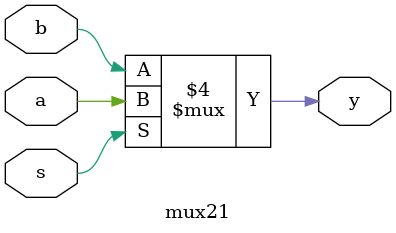
<source format=v>
module mux21(a,b,s,y);
	input a,b,s;
	output y;
	reg y;
	always @(a,b,s)
    
        

	if(s==1) y=a;
	else y=b;
        

	
endmodule
</source>
